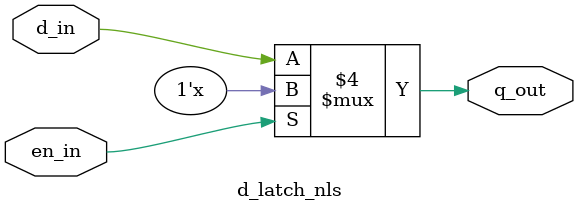
<source format=v>
module d_latch_nls(q_out,en_in,d_in);

input d_in;
input en_in;
output reg q_out;

always@* begin

if (~en_in)  q_out = d_in;

end
endmodule
</source>
